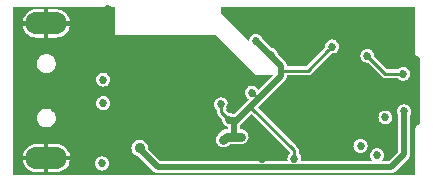
<source format=gbr>
%TF.GenerationSoftware,KiCad,Pcbnew,(6.0.7)*%
%TF.CreationDate,2023-03-08T16:51:48-08:00*%
%TF.ProjectId,ESP_SoC,4553505f-536f-4432-9e6b-696361645f70,rev?*%
%TF.SameCoordinates,Original*%
%TF.FileFunction,Copper,L3,Inr*%
%TF.FilePolarity,Positive*%
%FSLAX46Y46*%
G04 Gerber Fmt 4.6, Leading zero omitted, Abs format (unit mm)*
G04 Created by KiCad (PCBNEW (6.0.7)) date 2023-03-08 16:51:48*
%MOMM*%
%LPD*%
G01*
G04 APERTURE LIST*
%TA.AperFunction,ComponentPad*%
%ADD10O,3.500000X1.900000*%
%TD*%
%TA.AperFunction,ViaPad*%
%ADD11C,0.685800*%
%TD*%
%TA.AperFunction,ViaPad*%
%ADD12C,0.889000*%
%TD*%
%TA.AperFunction,Conductor*%
%ADD13C,0.508000*%
%TD*%
%TA.AperFunction,Conductor*%
%ADD14C,0.762000*%
%TD*%
%TA.AperFunction,Conductor*%
%ADD15C,0.254000*%
%TD*%
G04 APERTURE END LIST*
D10*
%TO.N,GND*%
%TO.C,J1*%
X101600000Y-104450000D03*
X101600000Y-93050000D03*
%TD*%
D11*
%TO.N,+3V3*%
X125800000Y-95000000D03*
X118079000Y-102621000D03*
X116400000Y-99900000D03*
X119337156Y-94518432D03*
X122600000Y-104500000D03*
X116580000Y-102900000D03*
X119000000Y-98900000D03*
X120600000Y-95700000D03*
X117100000Y-101226500D03*
%TO.N,GND*%
X117700000Y-92800000D03*
X106800000Y-92700000D03*
X117178019Y-100133500D03*
X104700000Y-104500000D03*
D12*
X122750000Y-98500000D03*
D11*
X130400000Y-94500000D03*
X127400000Y-94500000D03*
X106800000Y-91800000D03*
X112800000Y-94500000D03*
D12*
X124000000Y-99750000D03*
D11*
X106800000Y-93600000D03*
X107800000Y-94500000D03*
D12*
X122750000Y-101000000D03*
D11*
X107700000Y-101100000D03*
X117400000Y-96100000D03*
X130400000Y-92300000D03*
X127400000Y-92300000D03*
X113000000Y-97800000D03*
X115300000Y-99900000D03*
D12*
X124000000Y-98500000D03*
D11*
X113800000Y-94500000D03*
X117000000Y-92100000D03*
X109800000Y-94500000D03*
X119875000Y-104499500D03*
X114800000Y-94500000D03*
D12*
X124000000Y-101000000D03*
D11*
X118800000Y-97400000D03*
X108800000Y-94500000D03*
D12*
X125250000Y-98500000D03*
D11*
X106800000Y-94500000D03*
D12*
X122750000Y-99750000D03*
X125250000Y-101000000D03*
D11*
X111800000Y-94500000D03*
X129750000Y-98750000D03*
X118400000Y-93500000D03*
D12*
X125250000Y-99750000D03*
D11*
X108800000Y-97800000D03*
X113000000Y-101100000D03*
X116700000Y-95400000D03*
X110800000Y-94500000D03*
X119875000Y-103000000D03*
X130700000Y-103800000D03*
%TO.N,+5V*%
X106300000Y-104900000D03*
%TO.N,USB_D-*%
X106400000Y-99800000D03*
X129600000Y-104200000D03*
%TO.N,USB_D+*%
X128200000Y-103400000D03*
X106400000Y-97800000D03*
%TO.N,Net-(P1-PadB5)*%
X130300000Y-101000000D03*
%TO.N,Net-(P1-PadA4)*%
X128775000Y-95775000D03*
X131800000Y-97300000D03*
D12*
X109500000Y-103600000D03*
D11*
X131900000Y-100500000D03*
%TD*%
D13*
%TO.N,+3V3*%
X118879606Y-100079606D02*
X119479606Y-99479606D01*
D14*
X118079000Y-102621000D02*
X117479000Y-102621000D01*
D15*
X116400000Y-100526500D02*
X117100000Y-101226500D01*
D14*
X116859000Y-102621000D02*
X117479000Y-102621000D01*
D15*
X116400000Y-99900000D02*
X116400000Y-100526500D01*
X121454000Y-97054000D02*
X123746000Y-97054000D01*
D14*
X116580000Y-102900000D02*
X116859000Y-102621000D01*
D15*
X119479606Y-99379606D02*
X119479606Y-99479606D01*
D13*
X121454000Y-97505212D02*
X121454000Y-97054000D01*
D15*
X123746000Y-97054000D02*
X125462500Y-95337500D01*
X125462500Y-95337500D02*
X125800000Y-95000000D01*
X119000000Y-98900000D02*
X119479606Y-99379606D01*
D13*
X117479000Y-102621000D02*
X117479000Y-101480212D01*
X119479606Y-99479606D02*
X121454000Y-97505212D01*
X118129606Y-100829606D02*
X118879606Y-100079606D01*
X117479000Y-101480212D02*
X117732712Y-101226500D01*
D15*
X122600000Y-103800000D02*
X118879606Y-100079606D01*
X122600000Y-104500000D02*
X122600000Y-103800000D01*
D13*
X121454000Y-96635276D02*
X119337156Y-94518432D01*
X117732712Y-101226500D02*
X118129606Y-100829606D01*
X117100000Y-101226500D02*
X117732712Y-101226500D01*
X121454000Y-97054000D02*
X121454000Y-96635276D01*
D15*
%TO.N,Net-(P1-PadA4)*%
X130300000Y-97300000D02*
X128775000Y-95775000D01*
D13*
X111023900Y-105223900D02*
X109500000Y-103700000D01*
X130776100Y-105223900D02*
X111023900Y-105223900D01*
D15*
X131800000Y-97300000D02*
X130300000Y-97300000D01*
D13*
X109500000Y-103700000D02*
X109500000Y-103600000D01*
X131900000Y-104100000D02*
X130776100Y-105223900D01*
X131900000Y-100500000D02*
X131900000Y-104100000D01*
%TD*%
%TA.AperFunction,Conductor*%
%TO.N,GND*%
G36*
X107425459Y-91655333D02*
G01*
X107430292Y-91667017D01*
X107427956Y-93940306D01*
X107427896Y-93998552D01*
X107431154Y-93998572D01*
X107431155Y-93998572D01*
X115943296Y-94049960D01*
X115954777Y-94054707D01*
X118537691Y-96599637D01*
X119350000Y-97400000D01*
X120805907Y-97400000D01*
X120817574Y-97404833D01*
X120822407Y-97416500D01*
X120817574Y-97428167D01*
X119572895Y-98672846D01*
X119561228Y-98677679D01*
X119549561Y-98672846D01*
X119545984Y-98667493D01*
X119518750Y-98601744D01*
X119518750Y-98601743D01*
X119518334Y-98600740D01*
X119423218Y-98476782D01*
X119321041Y-98398379D01*
X119300122Y-98382327D01*
X119300120Y-98382326D01*
X119299260Y-98381666D01*
X119154908Y-98321874D01*
X119153843Y-98321734D01*
X119153840Y-98321733D01*
X119001071Y-98301621D01*
X119000000Y-98301480D01*
X118998929Y-98301621D01*
X118846160Y-98321733D01*
X118846157Y-98321734D01*
X118845092Y-98321874D01*
X118700740Y-98381666D01*
X118699880Y-98382326D01*
X118699878Y-98382327D01*
X118678959Y-98398379D01*
X118576782Y-98476782D01*
X118481666Y-98600740D01*
X118421874Y-98745092D01*
X118401480Y-98900000D01*
X118421874Y-99054908D01*
X118481666Y-99199260D01*
X118482326Y-99200120D01*
X118482327Y-99200122D01*
X118498910Y-99221733D01*
X118576782Y-99323218D01*
X118577637Y-99323874D01*
X118699878Y-99417673D01*
X118699880Y-99417674D01*
X118700740Y-99418334D01*
X118701743Y-99418750D01*
X118701744Y-99418750D01*
X118767493Y-99445984D01*
X118776423Y-99454914D01*
X118776423Y-99467542D01*
X118772846Y-99472895D01*
X117528574Y-100717167D01*
X117516907Y-100722000D01*
X117422890Y-100722000D01*
X117412846Y-100718590D01*
X117400126Y-100708829D01*
X117400118Y-100708824D01*
X117399260Y-100708166D01*
X117394560Y-100706219D01*
X117255905Y-100648787D01*
X117254908Y-100648374D01*
X117253843Y-100648234D01*
X117253840Y-100648233D01*
X117101071Y-100628121D01*
X117100000Y-100627980D01*
X117050935Y-100634440D01*
X117038737Y-100631171D01*
X117037114Y-100629748D01*
X116784107Y-100376741D01*
X116779274Y-100365074D01*
X116784107Y-100353407D01*
X116785730Y-100351984D01*
X116822359Y-100323878D01*
X116822363Y-100323874D01*
X116823218Y-100323218D01*
X116879735Y-100249564D01*
X116917673Y-100200122D01*
X116917674Y-100200120D01*
X116918334Y-100199260D01*
X116978126Y-100054908D01*
X116987682Y-99982327D01*
X116998379Y-99901071D01*
X116998520Y-99900000D01*
X116978126Y-99745092D01*
X116918334Y-99600740D01*
X116823218Y-99476782D01*
X116747047Y-99418334D01*
X116700122Y-99382327D01*
X116700120Y-99382326D01*
X116699260Y-99381666D01*
X116554908Y-99321874D01*
X116553843Y-99321734D01*
X116553840Y-99321733D01*
X116401071Y-99301621D01*
X116400000Y-99301480D01*
X116398929Y-99301621D01*
X116246160Y-99321733D01*
X116246157Y-99321734D01*
X116245092Y-99321874D01*
X116100740Y-99381666D01*
X116099880Y-99382326D01*
X116099878Y-99382327D01*
X116052953Y-99418334D01*
X115976782Y-99476782D01*
X115881666Y-99600740D01*
X115821874Y-99745092D01*
X115801480Y-99900000D01*
X115801621Y-99901071D01*
X115812319Y-99982327D01*
X115821874Y-100054908D01*
X115881666Y-100199260D01*
X115882326Y-100200120D01*
X115882327Y-100200122D01*
X115920265Y-100249564D01*
X115976782Y-100323218D01*
X115983182Y-100328129D01*
X116016045Y-100353346D01*
X116022359Y-100364282D01*
X116022500Y-100366436D01*
X116022500Y-100484445D01*
X116022130Y-100487917D01*
X116017705Y-100508471D01*
X116017865Y-100509824D01*
X116017865Y-100509827D01*
X116022386Y-100548022D01*
X116022500Y-100549961D01*
X116022500Y-100557862D01*
X116022612Y-100558534D01*
X116022612Y-100558536D01*
X116026071Y-100579317D01*
X116026179Y-100580076D01*
X116032476Y-100633275D01*
X116033066Y-100634503D01*
X116033067Y-100634507D01*
X116035402Y-100639368D01*
X116036805Y-100643803D01*
X116037914Y-100650470D01*
X116038563Y-100651672D01*
X116038563Y-100651673D01*
X116063347Y-100697605D01*
X116063700Y-100698298D01*
X116086878Y-100746566D01*
X116090450Y-100750815D01*
X116092234Y-100752599D01*
X116095088Y-100756431D01*
X116097592Y-100761072D01*
X116098596Y-100762000D01*
X116138550Y-100798933D01*
X116139017Y-100799382D01*
X116503248Y-101163613D01*
X116508081Y-101175280D01*
X116507940Y-101177433D01*
X116501480Y-101226500D01*
X116501621Y-101227571D01*
X116511173Y-101300122D01*
X116521874Y-101381408D01*
X116581666Y-101525760D01*
X116582326Y-101526620D01*
X116582327Y-101526622D01*
X116639073Y-101600575D01*
X116676782Y-101649718D01*
X116677637Y-101650374D01*
X116799878Y-101744173D01*
X116799880Y-101744174D01*
X116800740Y-101744834D01*
X116801743Y-101745250D01*
X116801744Y-101745250D01*
X116864034Y-101771051D01*
X116945092Y-101804626D01*
X116946157Y-101804766D01*
X116946160Y-101804767D01*
X116956479Y-101806125D01*
X116960154Y-101806609D01*
X116971090Y-101812923D01*
X116974500Y-101822968D01*
X116974500Y-101973000D01*
X116969667Y-101984667D01*
X116958000Y-101989500D01*
X116930541Y-101989500D01*
X116926942Y-101989103D01*
X116919914Y-101987532D01*
X116919912Y-101987532D01*
X116918902Y-101987306D01*
X116849333Y-101989492D01*
X116848815Y-101989500D01*
X116819270Y-101989500D01*
X116816223Y-101989885D01*
X116810173Y-101990649D01*
X116808623Y-101990771D01*
X116760463Y-101992284D01*
X116760460Y-101992285D01*
X116759426Y-101992317D01*
X116758433Y-101992606D01*
X116758430Y-101992606D01*
X116731789Y-102000347D01*
X116729253Y-102000872D01*
X116701732Y-102004348D01*
X116701731Y-102004348D01*
X116700704Y-102004478D01*
X116699740Y-102004860D01*
X116699739Y-102004860D01*
X116654943Y-102022596D01*
X116653476Y-102023099D01*
X116606208Y-102036832D01*
X116600694Y-102040093D01*
X116581439Y-102051480D01*
X116579115Y-102052619D01*
X116552355Y-102063214D01*
X116551515Y-102063825D01*
X116551512Y-102063826D01*
X116512537Y-102092143D01*
X116511238Y-102092996D01*
X116478900Y-102112121D01*
X116468873Y-102118051D01*
X116448521Y-102138403D01*
X116446553Y-102140084D01*
X116423273Y-102156998D01*
X116422612Y-102157797D01*
X116422611Y-102157798D01*
X116391900Y-102194921D01*
X116390854Y-102196070D01*
X116105369Y-102481555D01*
X116032121Y-102575985D01*
X116031709Y-102576937D01*
X115995797Y-102659926D01*
X115968755Y-102722416D01*
X115943796Y-102880007D01*
X115946115Y-102904540D01*
X115957574Y-103025772D01*
X115958810Y-103038852D01*
X115959160Y-103039825D01*
X115959161Y-103039828D01*
X115994445Y-103137833D01*
X116012857Y-103188974D01*
X116013440Y-103189831D01*
X116013440Y-103189832D01*
X116101957Y-103320081D01*
X116101960Y-103320084D01*
X116102540Y-103320938D01*
X116103316Y-103321622D01*
X116221444Y-103425765D01*
X116221447Y-103425767D01*
X116222224Y-103426452D01*
X116223149Y-103426923D01*
X116223150Y-103426924D01*
X116363464Y-103498419D01*
X116363466Y-103498420D01*
X116364387Y-103498889D01*
X116365398Y-103499115D01*
X116519086Y-103533468D01*
X116519088Y-103533468D01*
X116520098Y-103533694D01*
X116602978Y-103531089D01*
X116678536Y-103528715D01*
X116678539Y-103528715D01*
X116679574Y-103528682D01*
X116783740Y-103498419D01*
X116831798Y-103484457D01*
X116831800Y-103484456D01*
X116832792Y-103484168D01*
X116970127Y-103402949D01*
X117115743Y-103257333D01*
X117127410Y-103252500D01*
X118118730Y-103252500D01*
X118189501Y-103243560D01*
X118236268Y-103237652D01*
X118236269Y-103237652D01*
X118237296Y-103237522D01*
X118385645Y-103178786D01*
X118386485Y-103178175D01*
X118386488Y-103178174D01*
X118513886Y-103085613D01*
X118514727Y-103085002D01*
X118616431Y-102962064D01*
X118684366Y-102817695D01*
X118687433Y-102801621D01*
X118714068Y-102661989D01*
X118714263Y-102660967D01*
X118708917Y-102575985D01*
X118704310Y-102502770D01*
X118704309Y-102502767D01*
X118704244Y-102501728D01*
X118654940Y-102349983D01*
X118569446Y-102215268D01*
X118453136Y-102106045D01*
X118452229Y-102105546D01*
X118452227Y-102105545D01*
X118314228Y-102029680D01*
X118314226Y-102029679D01*
X118313318Y-102029180D01*
X118158777Y-101989500D01*
X118000000Y-101989500D01*
X117988333Y-101984667D01*
X117983500Y-101973000D01*
X117983500Y-101696017D01*
X117988333Y-101684350D01*
X118075389Y-101597294D01*
X118076285Y-101596461D01*
X118115906Y-101562321D01*
X118116794Y-101561556D01*
X118126287Y-101546910D01*
X118128466Y-101544217D01*
X118957742Y-100714941D01*
X118969409Y-100710108D01*
X118981076Y-100714941D01*
X122217667Y-103951532D01*
X122222500Y-103963199D01*
X122222500Y-104033564D01*
X122217667Y-104045231D01*
X122216045Y-104046654D01*
X122203035Y-104056637D01*
X122176782Y-104076782D01*
X122176126Y-104077637D01*
X122083056Y-104198929D01*
X122081666Y-104200740D01*
X122081250Y-104201743D01*
X122081250Y-104201744D01*
X122039880Y-104301621D01*
X122021874Y-104345092D01*
X122021734Y-104346157D01*
X122021733Y-104346160D01*
X122010548Y-104431119D01*
X122001480Y-104500000D01*
X122001621Y-104501071D01*
X122018369Y-104628283D01*
X122021874Y-104654908D01*
X122022287Y-104655905D01*
X122039137Y-104696586D01*
X122039137Y-104709214D01*
X122030207Y-104718144D01*
X122023893Y-104719400D01*
X111239705Y-104719400D01*
X111228038Y-104714567D01*
X110196834Y-103683363D01*
X110192001Y-103671696D01*
X110192166Y-103669371D01*
X110199875Y-103615197D01*
X110199875Y-103615195D01*
X110199951Y-103614662D01*
X110200105Y-103600000D01*
X110179896Y-103433002D01*
X110120436Y-103275644D01*
X110093973Y-103237140D01*
X110025722Y-103137833D01*
X110025719Y-103137829D01*
X110025157Y-103137012D01*
X110019925Y-103132350D01*
X109900303Y-103025772D01*
X109900304Y-103025772D01*
X109899559Y-103025109D01*
X109890854Y-103020500D01*
X109751776Y-102946862D01*
X109751773Y-102946861D01*
X109750895Y-102946396D01*
X109749932Y-102946154D01*
X109749929Y-102946153D01*
X109588710Y-102905658D01*
X109588709Y-102905658D01*
X109587746Y-102905416D01*
X109497994Y-102904946D01*
X109420521Y-102904540D01*
X109420520Y-102904540D01*
X109419532Y-102904535D01*
X109418571Y-102904766D01*
X109418569Y-102904766D01*
X109415862Y-102905416D01*
X109255963Y-102943804D01*
X109106483Y-103020957D01*
X108979721Y-103131538D01*
X108882995Y-103269165D01*
X108882633Y-103270094D01*
X108823057Y-103422899D01*
X108821890Y-103425891D01*
X108799933Y-103592669D01*
X108800042Y-103593657D01*
X108800042Y-103593659D01*
X108808401Y-103669371D01*
X108818393Y-103759870D01*
X108876202Y-103917841D01*
X108970024Y-104057463D01*
X108970758Y-104058131D01*
X108970759Y-104058132D01*
X109032233Y-104114069D01*
X109094442Y-104170675D01*
X109242274Y-104250941D01*
X109243230Y-104251192D01*
X109243233Y-104251193D01*
X109367007Y-104283665D01*
X109374487Y-104287958D01*
X110625872Y-105539343D01*
X110628159Y-105542205D01*
X110635122Y-105553241D01*
X110635127Y-105553247D01*
X110635753Y-105554239D01*
X110636635Y-105555018D01*
X110636636Y-105555019D01*
X110678293Y-105591809D01*
X110679038Y-105592509D01*
X110692780Y-105606251D01*
X110693249Y-105606602D01*
X110693253Y-105606606D01*
X110704570Y-105615087D01*
X110705596Y-105615922D01*
X110744070Y-105649901D01*
X110745132Y-105650399D01*
X110745134Y-105650401D01*
X110761156Y-105657923D01*
X110764036Y-105659653D01*
X110779136Y-105670970D01*
X110827197Y-105688988D01*
X110828408Y-105689498D01*
X110874882Y-105711317D01*
X110876041Y-105711497D01*
X110876043Y-105711498D01*
X110886341Y-105713101D01*
X110893532Y-105714220D01*
X110896782Y-105715073D01*
X110914452Y-105721698D01*
X110926235Y-105722573D01*
X110965646Y-105725502D01*
X110966945Y-105725651D01*
X110984597Y-105728400D01*
X111004026Y-105728400D01*
X111005249Y-105728445D01*
X111057393Y-105732320D01*
X111057395Y-105732320D01*
X111058567Y-105732407D01*
X111059719Y-105732161D01*
X111059721Y-105732161D01*
X111075633Y-105728764D01*
X111079078Y-105728400D01*
X130717710Y-105728400D01*
X130721351Y-105728807D01*
X130735224Y-105731946D01*
X130791867Y-105728432D01*
X130792889Y-105728400D01*
X130812326Y-105728400D01*
X130826910Y-105726311D01*
X130828228Y-105726176D01*
X130878282Y-105723071D01*
X130879459Y-105722998D01*
X130880566Y-105722598D01*
X130880568Y-105722598D01*
X130897214Y-105716589D01*
X130900476Y-105715776D01*
X130911339Y-105714220D01*
X130919152Y-105713101D01*
X130920224Y-105712614D01*
X130920226Y-105712613D01*
X130965864Y-105691863D01*
X130967090Y-105691363D01*
X130995644Y-105681054D01*
X131015384Y-105673928D01*
X131030624Y-105662794D01*
X131033525Y-105661099D01*
X131040511Y-105657923D01*
X131049635Y-105653775D01*
X131049638Y-105653773D01*
X131050705Y-105653288D01*
X131051594Y-105652522D01*
X131089588Y-105619784D01*
X131090626Y-105618961D01*
X131104523Y-105608808D01*
X131104526Y-105608805D01*
X131105044Y-105608427D01*
X131118789Y-105594681D01*
X131119687Y-105593848D01*
X131122053Y-105591809D01*
X131160182Y-105558956D01*
X131163240Y-105554239D01*
X131169675Y-105544310D01*
X131171854Y-105541617D01*
X132215443Y-104498027D01*
X132218305Y-104495740D01*
X132229341Y-104488777D01*
X132229342Y-104488776D01*
X132230339Y-104488147D01*
X132267916Y-104445599D01*
X132268616Y-104444854D01*
X132282351Y-104431119D01*
X132282702Y-104430650D01*
X132282706Y-104430646D01*
X132291184Y-104419333D01*
X132292020Y-104418306D01*
X132325222Y-104380712D01*
X132326001Y-104379830D01*
X132334021Y-104362748D01*
X132335754Y-104359864D01*
X132346365Y-104345706D01*
X132347071Y-104344764D01*
X132365091Y-104296696D01*
X132365603Y-104295480D01*
X132371150Y-104283665D01*
X132387417Y-104249018D01*
X132390320Y-104230368D01*
X132391174Y-104227116D01*
X132397385Y-104210550D01*
X132397385Y-104210549D01*
X132397798Y-104209448D01*
X132401602Y-104158262D01*
X132401753Y-104156947D01*
X132404403Y-104139930D01*
X132404404Y-104139922D01*
X132404500Y-104139303D01*
X132404500Y-104119882D01*
X132404545Y-104118659D01*
X132408421Y-104066507D01*
X132408421Y-104066505D01*
X132408508Y-104065333D01*
X132404864Y-104048262D01*
X132404500Y-104044817D01*
X132404500Y-100822890D01*
X132407910Y-100812846D01*
X132417671Y-100800126D01*
X132417676Y-100800118D01*
X132418334Y-100799260D01*
X132433768Y-100762000D01*
X132477713Y-100655905D01*
X132478126Y-100654908D01*
X132478711Y-100650470D01*
X132498379Y-100501071D01*
X132498520Y-100500000D01*
X132496052Y-100481250D01*
X132478267Y-100346160D01*
X132478266Y-100346157D01*
X132478126Y-100345092D01*
X132427645Y-100223218D01*
X132418750Y-100201744D01*
X132418750Y-100201743D01*
X132418334Y-100200740D01*
X132417199Y-100199260D01*
X132323874Y-100077637D01*
X132323218Y-100076782D01*
X132306991Y-100064331D01*
X132200122Y-99982327D01*
X132200120Y-99982326D01*
X132199260Y-99981666D01*
X132132082Y-99953840D01*
X132055905Y-99922287D01*
X132054908Y-99921874D01*
X132053843Y-99921734D01*
X132053840Y-99921733D01*
X131901071Y-99901621D01*
X131900000Y-99901480D01*
X131898929Y-99901621D01*
X131746160Y-99921733D01*
X131746157Y-99921734D01*
X131745092Y-99921874D01*
X131744095Y-99922287D01*
X131667919Y-99953840D01*
X131600740Y-99981666D01*
X131599880Y-99982326D01*
X131599878Y-99982327D01*
X131493009Y-100064331D01*
X131476782Y-100076782D01*
X131476126Y-100077637D01*
X131382802Y-100199260D01*
X131381666Y-100200740D01*
X131381250Y-100201743D01*
X131381250Y-100201744D01*
X131372355Y-100223218D01*
X131321874Y-100345092D01*
X131321734Y-100346157D01*
X131321733Y-100346160D01*
X131303948Y-100481250D01*
X131301480Y-100500000D01*
X131301621Y-100501071D01*
X131321290Y-100650470D01*
X131321874Y-100654908D01*
X131322287Y-100655905D01*
X131366233Y-100762000D01*
X131381666Y-100799260D01*
X131382324Y-100800118D01*
X131382329Y-100800126D01*
X131392090Y-100812846D01*
X131395500Y-100822890D01*
X131395500Y-103884195D01*
X131390667Y-103895862D01*
X130571962Y-104714567D01*
X130560295Y-104719400D01*
X129946478Y-104719400D01*
X129934811Y-104714567D01*
X129929978Y-104702900D01*
X129934811Y-104691233D01*
X129936433Y-104689810D01*
X129981919Y-104654908D01*
X130023218Y-104623218D01*
X130041127Y-104599878D01*
X130117673Y-104500122D01*
X130117674Y-104500120D01*
X130118334Y-104499260D01*
X130127291Y-104477637D01*
X130177713Y-104355905D01*
X130178126Y-104354908D01*
X130179338Y-104345706D01*
X130198379Y-104201071D01*
X130198520Y-104200000D01*
X130190467Y-104138830D01*
X130178267Y-104046160D01*
X130178266Y-104046157D01*
X130178126Y-104045092D01*
X130125622Y-103918334D01*
X130118750Y-103901744D01*
X130118750Y-103901743D01*
X130118334Y-103900740D01*
X130058850Y-103823218D01*
X130023874Y-103777637D01*
X130023218Y-103776782D01*
X129945301Y-103716994D01*
X129900122Y-103682327D01*
X129900120Y-103682326D01*
X129899260Y-103681666D01*
X129885654Y-103676030D01*
X129755905Y-103622287D01*
X129754908Y-103621874D01*
X129753843Y-103621734D01*
X129753840Y-103621733D01*
X129601071Y-103601621D01*
X129600000Y-103601480D01*
X129598929Y-103601621D01*
X129446160Y-103621733D01*
X129446157Y-103621734D01*
X129445092Y-103621874D01*
X129444095Y-103622287D01*
X129314347Y-103676030D01*
X129300740Y-103681666D01*
X129299880Y-103682326D01*
X129299878Y-103682327D01*
X129254699Y-103716994D01*
X129176782Y-103776782D01*
X129176126Y-103777637D01*
X129141151Y-103823218D01*
X129081666Y-103900740D01*
X129081250Y-103901743D01*
X129081250Y-103901744D01*
X129074378Y-103918334D01*
X129021874Y-104045092D01*
X129021734Y-104046157D01*
X129021733Y-104046160D01*
X129009533Y-104138830D01*
X129001480Y-104200000D01*
X129001621Y-104201071D01*
X129020663Y-104345706D01*
X129021874Y-104354908D01*
X129022287Y-104355905D01*
X129072710Y-104477637D01*
X129081666Y-104499260D01*
X129082326Y-104500120D01*
X129082327Y-104500122D01*
X129158873Y-104599878D01*
X129176782Y-104623218D01*
X129218082Y-104654908D01*
X129263567Y-104689810D01*
X129269881Y-104700746D01*
X129266612Y-104712945D01*
X129255676Y-104719259D01*
X129253522Y-104719400D01*
X123176107Y-104719400D01*
X123164440Y-104714567D01*
X123159607Y-104702900D01*
X123160863Y-104696586D01*
X123177713Y-104655905D01*
X123178126Y-104654908D01*
X123181632Y-104628283D01*
X123198379Y-104501071D01*
X123198520Y-104500000D01*
X123189452Y-104431119D01*
X123178267Y-104346160D01*
X123178266Y-104346157D01*
X123178126Y-104345092D01*
X123160120Y-104301621D01*
X123118750Y-104201744D01*
X123118750Y-104201743D01*
X123118334Y-104200740D01*
X123116945Y-104198929D01*
X123023874Y-104077637D01*
X123023218Y-104076782D01*
X122996965Y-104056637D01*
X122983955Y-104046654D01*
X122977641Y-104035718D01*
X122977500Y-104033564D01*
X122977500Y-103842055D01*
X122977870Y-103838582D01*
X122982295Y-103818029D01*
X122977614Y-103778478D01*
X122977500Y-103776539D01*
X122977500Y-103768638D01*
X122973928Y-103747173D01*
X122973819Y-103746413D01*
X122967524Y-103693225D01*
X122964597Y-103687129D01*
X122963195Y-103682695D01*
X122963024Y-103681666D01*
X122962086Y-103676030D01*
X122959748Y-103671696D01*
X122936658Y-103628905D01*
X122936305Y-103628212D01*
X122913574Y-103580873D01*
X122913574Y-103580872D01*
X122913123Y-103579934D01*
X122909550Y-103575685D01*
X122907766Y-103573901D01*
X122904912Y-103570069D01*
X122903057Y-103566630D01*
X122903055Y-103566628D01*
X122902408Y-103565428D01*
X122861449Y-103527566D01*
X122860982Y-103527117D01*
X122733865Y-103400000D01*
X127601480Y-103400000D01*
X127601621Y-103401071D01*
X127619077Y-103533661D01*
X127621874Y-103554908D01*
X127681666Y-103699260D01*
X127682326Y-103700120D01*
X127682327Y-103700122D01*
X127742452Y-103778478D01*
X127776782Y-103823218D01*
X127777637Y-103823874D01*
X127899878Y-103917673D01*
X127899880Y-103917674D01*
X127900740Y-103918334D01*
X128045092Y-103978126D01*
X128046157Y-103978266D01*
X128046160Y-103978267D01*
X128198929Y-103998379D01*
X128200000Y-103998520D01*
X128201071Y-103998379D01*
X128353840Y-103978267D01*
X128353843Y-103978266D01*
X128354908Y-103978126D01*
X128499260Y-103918334D01*
X128500120Y-103917674D01*
X128500122Y-103917673D01*
X128622363Y-103823874D01*
X128623218Y-103823218D01*
X128657548Y-103778478D01*
X128717673Y-103700122D01*
X128717674Y-103700120D01*
X128718334Y-103699260D01*
X128778126Y-103554908D01*
X128780924Y-103533661D01*
X128798379Y-103401071D01*
X128798520Y-103400000D01*
X128788607Y-103324701D01*
X128778267Y-103246160D01*
X128778266Y-103246157D01*
X128778126Y-103245092D01*
X128754478Y-103187999D01*
X128718750Y-103101744D01*
X128718750Y-103101743D01*
X128718334Y-103100740D01*
X128660301Y-103025109D01*
X128623874Y-102977637D01*
X128623218Y-102976782D01*
X128583618Y-102946396D01*
X128500122Y-102882327D01*
X128500120Y-102882326D01*
X128499260Y-102881666D01*
X128354908Y-102821874D01*
X128353843Y-102821734D01*
X128353840Y-102821733D01*
X128201071Y-102801621D01*
X128200000Y-102801480D01*
X128198929Y-102801621D01*
X128046160Y-102821733D01*
X128046157Y-102821734D01*
X128045092Y-102821874D01*
X127900740Y-102881666D01*
X127899880Y-102882326D01*
X127899878Y-102882327D01*
X127816382Y-102946396D01*
X127776782Y-102976782D01*
X127776126Y-102977637D01*
X127739700Y-103025109D01*
X127681666Y-103100740D01*
X127681250Y-103101743D01*
X127681250Y-103101744D01*
X127645522Y-103187999D01*
X127621874Y-103245092D01*
X127621734Y-103246157D01*
X127621733Y-103246160D01*
X127611393Y-103324701D01*
X127601480Y-103400000D01*
X122733865Y-103400000D01*
X120333865Y-101000000D01*
X129701480Y-101000000D01*
X129721874Y-101154908D01*
X129722287Y-101155905D01*
X129750433Y-101223855D01*
X129781666Y-101299260D01*
X129876782Y-101423218D01*
X129877637Y-101423874D01*
X129999878Y-101517673D01*
X129999880Y-101517674D01*
X130000740Y-101518334D01*
X130001743Y-101518750D01*
X130001744Y-101518750D01*
X130101107Y-101559907D01*
X130145092Y-101578126D01*
X130146157Y-101578266D01*
X130146160Y-101578267D01*
X130298929Y-101598379D01*
X130300000Y-101598520D01*
X130301071Y-101598379D01*
X130453840Y-101578267D01*
X130453843Y-101578266D01*
X130454908Y-101578126D01*
X130498893Y-101559907D01*
X130598256Y-101518750D01*
X130598257Y-101518750D01*
X130599260Y-101518334D01*
X130600120Y-101517674D01*
X130600122Y-101517673D01*
X130722363Y-101423874D01*
X130723218Y-101423218D01*
X130818334Y-101299260D01*
X130849568Y-101223855D01*
X130877713Y-101155905D01*
X130878126Y-101154908D01*
X130898520Y-101000000D01*
X130898361Y-100998794D01*
X130878267Y-100846160D01*
X130878266Y-100846157D01*
X130878126Y-100845092D01*
X130859098Y-100799153D01*
X130818750Y-100701744D01*
X130818750Y-100701743D01*
X130818334Y-100700740D01*
X130816461Y-100698298D01*
X130723874Y-100577637D01*
X130723218Y-100576782D01*
X130694616Y-100554835D01*
X130600122Y-100482327D01*
X130600120Y-100482326D01*
X130599260Y-100481666D01*
X130454908Y-100421874D01*
X130453843Y-100421734D01*
X130453840Y-100421733D01*
X130301071Y-100401621D01*
X130300000Y-100401480D01*
X130298929Y-100401621D01*
X130146160Y-100421733D01*
X130146157Y-100421734D01*
X130145092Y-100421874D01*
X130000740Y-100481666D01*
X129999880Y-100482326D01*
X129999878Y-100482327D01*
X129905384Y-100554835D01*
X129876782Y-100576782D01*
X129876126Y-100577637D01*
X129783540Y-100698298D01*
X129781666Y-100700740D01*
X129781250Y-100701743D01*
X129781250Y-100701744D01*
X129740902Y-100799153D01*
X129721874Y-100845092D01*
X129721734Y-100846157D01*
X129721733Y-100846160D01*
X129701639Y-100998794D01*
X129701480Y-101000000D01*
X120333865Y-101000000D01*
X119514941Y-100181076D01*
X119510108Y-100169409D01*
X119514941Y-100157742D01*
X121769443Y-97903240D01*
X121772305Y-97900953D01*
X121783341Y-97893990D01*
X121783347Y-97893985D01*
X121784339Y-97893359D01*
X121821909Y-97850819D01*
X121822609Y-97850074D01*
X121836351Y-97836332D01*
X121845193Y-97824535D01*
X121846029Y-97823509D01*
X121879221Y-97785925D01*
X121880001Y-97785042D01*
X121888021Y-97767961D01*
X121889753Y-97765079D01*
X121900365Y-97750919D01*
X121900367Y-97750915D01*
X121901071Y-97749976D01*
X121919091Y-97701908D01*
X121919603Y-97700692D01*
X121927461Y-97683955D01*
X121941417Y-97654230D01*
X121944320Y-97635580D01*
X121945174Y-97632328D01*
X121951385Y-97615762D01*
X121951385Y-97615761D01*
X121951798Y-97614660D01*
X121955602Y-97563474D01*
X121955753Y-97562159D01*
X121958403Y-97545142D01*
X121958404Y-97545134D01*
X121958500Y-97544515D01*
X121958500Y-97525094D01*
X121958545Y-97523871D01*
X121962421Y-97471719D01*
X121962421Y-97471717D01*
X121962508Y-97470545D01*
X121958864Y-97453474D01*
X121958500Y-97450029D01*
X121958500Y-97448000D01*
X121963333Y-97436333D01*
X121975000Y-97431500D01*
X123703945Y-97431500D01*
X123707417Y-97431870D01*
X123727971Y-97436295D01*
X123729324Y-97436135D01*
X123729327Y-97436135D01*
X123767522Y-97431614D01*
X123769461Y-97431500D01*
X123777362Y-97431500D01*
X123778034Y-97431388D01*
X123778036Y-97431388D01*
X123786755Y-97429937D01*
X123798827Y-97427928D01*
X123799576Y-97427821D01*
X123852775Y-97421524D01*
X123854003Y-97420934D01*
X123854007Y-97420933D01*
X123858868Y-97418598D01*
X123863303Y-97417195D01*
X123869970Y-97416086D01*
X123917105Y-97390653D01*
X123917798Y-97390300D01*
X123965131Y-97367571D01*
X123966066Y-97367122D01*
X123970315Y-97363550D01*
X123972099Y-97361766D01*
X123975931Y-97358912D01*
X123979370Y-97357057D01*
X123979372Y-97357055D01*
X123980572Y-97356408D01*
X124018434Y-97315449D01*
X124018883Y-97314982D01*
X125558865Y-95775000D01*
X128176480Y-95775000D01*
X128176621Y-95776071D01*
X128196475Y-95926874D01*
X128196874Y-95929908D01*
X128256666Y-96074260D01*
X128257326Y-96075120D01*
X128257327Y-96075122D01*
X128282464Y-96107881D01*
X128351782Y-96198218D01*
X128352637Y-96198874D01*
X128474878Y-96292673D01*
X128474880Y-96292674D01*
X128475740Y-96293334D01*
X128620092Y-96353126D01*
X128621157Y-96353266D01*
X128621160Y-96353267D01*
X128773929Y-96373379D01*
X128775000Y-96373520D01*
X128824066Y-96367060D01*
X128836264Y-96370329D01*
X128837887Y-96371752D01*
X130003325Y-97537190D01*
X130005520Y-97539907D01*
X130016928Y-97557575D01*
X130018000Y-97558420D01*
X130048209Y-97582235D01*
X130049661Y-97583526D01*
X130055244Y-97589109D01*
X130055793Y-97589502D01*
X130055795Y-97589503D01*
X130072940Y-97601756D01*
X130073561Y-97602222D01*
X130090737Y-97615762D01*
X130115623Y-97635380D01*
X130116904Y-97635830D01*
X130116906Y-97635831D01*
X130121999Y-97637619D01*
X130126125Y-97639762D01*
X130131627Y-97643694D01*
X130166859Y-97654230D01*
X130182930Y-97659036D01*
X130183667Y-97659275D01*
X130234199Y-97677021D01*
X130235236Y-97677111D01*
X130235237Y-97677111D01*
X130236217Y-97677196D01*
X130239730Y-97677500D01*
X130242256Y-97677500D01*
X130246984Y-97678192D01*
X130250725Y-97679311D01*
X130250726Y-97679311D01*
X130252033Y-97679702D01*
X130307746Y-97677513D01*
X130308394Y-97677500D01*
X131333564Y-97677500D01*
X131345231Y-97682333D01*
X131346654Y-97683955D01*
X131376782Y-97723218D01*
X131377637Y-97723874D01*
X131499878Y-97817673D01*
X131499880Y-97817674D01*
X131500740Y-97818334D01*
X131501743Y-97818750D01*
X131501744Y-97818750D01*
X131543052Y-97835860D01*
X131645092Y-97878126D01*
X131646157Y-97878266D01*
X131646160Y-97878267D01*
X131798929Y-97898379D01*
X131800000Y-97898520D01*
X131801071Y-97898379D01*
X131953840Y-97878267D01*
X131953843Y-97878266D01*
X131954908Y-97878126D01*
X132056948Y-97835860D01*
X132098256Y-97818750D01*
X132098257Y-97818750D01*
X132099260Y-97818334D01*
X132100120Y-97817674D01*
X132100122Y-97817673D01*
X132222363Y-97723874D01*
X132223218Y-97723218D01*
X132240503Y-97700692D01*
X132317673Y-97600122D01*
X132317674Y-97600120D01*
X132318334Y-97599260D01*
X132322376Y-97589503D01*
X132377713Y-97455905D01*
X132378126Y-97454908D01*
X132378540Y-97451769D01*
X132398379Y-97301071D01*
X132398520Y-97300000D01*
X132392003Y-97250500D01*
X132378267Y-97146160D01*
X132378266Y-97146157D01*
X132378126Y-97145092D01*
X132318334Y-97000740D01*
X132283561Y-96955422D01*
X132223874Y-96877637D01*
X132223218Y-96876782D01*
X132128257Y-96803916D01*
X132100122Y-96782327D01*
X132100120Y-96782326D01*
X132099260Y-96781666D01*
X131954908Y-96721874D01*
X131953843Y-96721734D01*
X131953840Y-96721733D01*
X131801071Y-96701621D01*
X131800000Y-96701480D01*
X131798929Y-96701621D01*
X131646160Y-96721733D01*
X131646157Y-96721734D01*
X131645092Y-96721874D01*
X131500740Y-96781666D01*
X131499880Y-96782326D01*
X131499878Y-96782327D01*
X131471743Y-96803916D01*
X131376782Y-96876782D01*
X131376126Y-96877637D01*
X131346654Y-96916045D01*
X131335718Y-96922359D01*
X131333564Y-96922500D01*
X130463199Y-96922500D01*
X130451532Y-96917667D01*
X129371752Y-95837887D01*
X129366919Y-95826220D01*
X129367060Y-95824066D01*
X129373379Y-95776071D01*
X129373520Y-95775000D01*
X129369710Y-95746061D01*
X129353267Y-95621160D01*
X129353266Y-95621157D01*
X129353126Y-95620092D01*
X129313023Y-95523273D01*
X129293750Y-95476744D01*
X129293750Y-95476743D01*
X129293334Y-95475740D01*
X129273200Y-95449500D01*
X129198874Y-95352637D01*
X129198218Y-95351782D01*
X129129770Y-95299260D01*
X129075122Y-95257327D01*
X129075120Y-95257326D01*
X129074260Y-95256666D01*
X128929908Y-95196874D01*
X128928843Y-95196734D01*
X128928840Y-95196733D01*
X128776071Y-95176621D01*
X128775000Y-95176480D01*
X128773929Y-95176621D01*
X128621160Y-95196733D01*
X128621157Y-95196734D01*
X128620092Y-95196874D01*
X128475740Y-95256666D01*
X128474880Y-95257326D01*
X128474878Y-95257327D01*
X128420230Y-95299260D01*
X128351782Y-95351782D01*
X128351126Y-95352637D01*
X128276801Y-95449500D01*
X128256666Y-95475740D01*
X128256250Y-95476743D01*
X128256250Y-95476744D01*
X128236977Y-95523273D01*
X128196874Y-95620092D01*
X128196734Y-95621157D01*
X128196733Y-95621160D01*
X128180290Y-95746061D01*
X128176480Y-95775000D01*
X125558865Y-95775000D01*
X125737113Y-95596752D01*
X125748780Y-95591919D01*
X125750933Y-95592060D01*
X125800000Y-95598520D01*
X125801071Y-95598379D01*
X125953840Y-95578267D01*
X125953843Y-95578266D01*
X125954908Y-95578126D01*
X125984072Y-95566046D01*
X126098256Y-95518750D01*
X126098257Y-95518750D01*
X126099260Y-95518334D01*
X126100120Y-95517674D01*
X126100122Y-95517673D01*
X126222363Y-95423874D01*
X126223218Y-95423218D01*
X126318334Y-95299260D01*
X126327291Y-95277637D01*
X126377713Y-95155905D01*
X126378126Y-95154908D01*
X126385010Y-95102624D01*
X126398379Y-95001071D01*
X126398520Y-95000000D01*
X126378126Y-94845092D01*
X126318334Y-94700740D01*
X126223218Y-94576782D01*
X126141856Y-94514351D01*
X126100122Y-94482327D01*
X126100120Y-94482326D01*
X126099260Y-94481666D01*
X125954908Y-94421874D01*
X125953843Y-94421734D01*
X125953840Y-94421733D01*
X125801071Y-94401621D01*
X125800000Y-94401480D01*
X125798929Y-94401621D01*
X125646160Y-94421733D01*
X125646157Y-94421734D01*
X125645092Y-94421874D01*
X125500740Y-94481666D01*
X125499880Y-94482326D01*
X125499878Y-94482327D01*
X125458144Y-94514351D01*
X125376782Y-94576782D01*
X125281666Y-94700740D01*
X125221874Y-94845092D01*
X125201480Y-95000000D01*
X125201621Y-95001071D01*
X125207940Y-95049065D01*
X125204671Y-95061263D01*
X125203248Y-95062886D01*
X125173391Y-95092743D01*
X125173389Y-95092746D01*
X123594467Y-96671667D01*
X123582800Y-96676500D01*
X121977575Y-96676500D01*
X121965908Y-96671667D01*
X121961107Y-96661022D01*
X121958748Y-96622983D01*
X121958532Y-96619509D01*
X121958500Y-96618487D01*
X121958500Y-96599050D01*
X121956411Y-96584465D01*
X121956276Y-96583148D01*
X121953171Y-96533094D01*
X121953098Y-96531917D01*
X121946689Y-96514162D01*
X121945876Y-96510900D01*
X121943368Y-96493391D01*
X121943201Y-96492224D01*
X121921961Y-96445508D01*
X121921461Y-96444282D01*
X121904425Y-96397094D01*
X121904027Y-96395991D01*
X121892892Y-96380750D01*
X121891199Y-96377851D01*
X121883876Y-96361744D01*
X121883876Y-96361743D01*
X121883388Y-96360671D01*
X121870789Y-96346050D01*
X121849882Y-96321784D01*
X121849059Y-96320748D01*
X121838900Y-96306844D01*
X121838526Y-96306332D01*
X121824801Y-96292607D01*
X121823968Y-96291711D01*
X121789821Y-96252082D01*
X121789056Y-96251194D01*
X121774407Y-96241699D01*
X121771714Y-96239520D01*
X121197376Y-95665181D01*
X121192684Y-95655668D01*
X121178267Y-95546160D01*
X121178266Y-95546157D01*
X121178126Y-95545092D01*
X121138531Y-95449500D01*
X121118750Y-95401744D01*
X121118750Y-95401743D01*
X121118334Y-95400740D01*
X121100057Y-95376920D01*
X121023874Y-95277637D01*
X121023218Y-95276782D01*
X120918896Y-95196733D01*
X120900122Y-95182327D01*
X120900120Y-95182326D01*
X120899260Y-95181666D01*
X120832082Y-95153840D01*
X120755905Y-95122287D01*
X120754908Y-95121874D01*
X120753843Y-95121734D01*
X120753840Y-95121733D01*
X120644332Y-95107316D01*
X120634819Y-95102624D01*
X119922209Y-94390014D01*
X119917517Y-94380501D01*
X119915423Y-94364592D01*
X119915422Y-94364589D01*
X119915282Y-94363524D01*
X119867861Y-94249038D01*
X119855906Y-94220176D01*
X119855906Y-94220175D01*
X119855490Y-94219172D01*
X119760374Y-94095214D01*
X119701398Y-94049960D01*
X119637278Y-94000759D01*
X119637276Y-94000758D01*
X119636416Y-94000098D01*
X119624763Y-93995271D01*
X119505929Y-93946049D01*
X119492064Y-93940306D01*
X119490999Y-93940166D01*
X119490996Y-93940165D01*
X119338227Y-93920053D01*
X119337156Y-93919912D01*
X119336085Y-93920053D01*
X119183316Y-93940165D01*
X119183313Y-93940166D01*
X119182248Y-93940306D01*
X119168383Y-93946049D01*
X119049550Y-93995271D01*
X119037896Y-94000098D01*
X119037036Y-94000758D01*
X119037034Y-94000759D01*
X118972914Y-94049960D01*
X118913938Y-94095214D01*
X118818822Y-94219172D01*
X118818406Y-94220175D01*
X118818406Y-94220176D01*
X118806451Y-94249038D01*
X118759030Y-94363524D01*
X118758890Y-94364589D01*
X118758889Y-94364592D01*
X118740442Y-94504716D01*
X118734128Y-94515652D01*
X118721929Y-94518921D01*
X118712539Y-94514351D01*
X117037537Y-92874245D01*
X116404956Y-92254843D01*
X116400000Y-92243054D01*
X116400000Y-91667000D01*
X116404833Y-91655333D01*
X116416500Y-91650500D01*
X132783000Y-91650500D01*
X132794667Y-91655333D01*
X132799500Y-91667000D01*
X132799500Y-95373701D01*
X132799183Y-95376919D01*
X132794592Y-95400000D01*
X132794909Y-95401594D01*
X132797744Y-95415847D01*
X132797957Y-95417218D01*
X132801277Y-95446683D01*
X132809907Y-95523273D01*
X132810214Y-95524149D01*
X132810214Y-95524151D01*
X132850574Y-95639494D01*
X132850576Y-95639498D01*
X132850879Y-95640364D01*
X132851369Y-95641144D01*
X132851370Y-95641146D01*
X132899111Y-95717125D01*
X132916879Y-95745403D01*
X133004597Y-95833121D01*
X133005385Y-95833616D01*
X133108854Y-95898630D01*
X133108856Y-95898631D01*
X133109636Y-95899121D01*
X133188950Y-95926874D01*
X133198366Y-95935289D01*
X133200000Y-95942448D01*
X133200000Y-101557552D01*
X133195167Y-101569219D01*
X133188951Y-101573125D01*
X133109636Y-101600879D01*
X133108856Y-101601369D01*
X133108854Y-101601370D01*
X133073996Y-101623273D01*
X133004597Y-101666879D01*
X132916879Y-101754597D01*
X132916384Y-101755385D01*
X132856652Y-101850449D01*
X132850879Y-101859636D01*
X132850576Y-101860502D01*
X132850574Y-101860506D01*
X132825165Y-101933121D01*
X132809907Y-101976727D01*
X132803486Y-102033713D01*
X132797957Y-102082782D01*
X132797744Y-102084153D01*
X132794592Y-102100000D01*
X132794909Y-102101594D01*
X132799183Y-102123080D01*
X132799500Y-102126299D01*
X132799500Y-105833000D01*
X132794667Y-105844667D01*
X132783000Y-105849500D01*
X98817000Y-105849500D01*
X98805333Y-105844667D01*
X98800500Y-105833000D01*
X98800500Y-104627320D01*
X99612796Y-104627320D01*
X99635795Y-104761170D01*
X99636185Y-104762622D01*
X99711994Y-104968115D01*
X99712646Y-104969480D01*
X99824628Y-105157706D01*
X99825525Y-105158940D01*
X99969933Y-105323605D01*
X99971032Y-105324648D01*
X100143041Y-105460249D01*
X100144302Y-105461068D01*
X100338146Y-105563054D01*
X100339532Y-105563628D01*
X100548720Y-105628583D01*
X100550182Y-105628894D01*
X100728021Y-105649943D01*
X100728998Y-105650000D01*
X101421717Y-105650000D01*
X101424038Y-105649038D01*
X101425000Y-105646717D01*
X101775000Y-105646717D01*
X101775962Y-105649038D01*
X101778283Y-105650000D01*
X102455569Y-105650000D01*
X102456327Y-105649965D01*
X102618871Y-105635030D01*
X102620343Y-105634757D01*
X102831165Y-105575299D01*
X102832558Y-105574764D01*
X103029007Y-105477886D01*
X103030288Y-105477101D01*
X103205788Y-105346049D01*
X103206914Y-105345034D01*
X103355588Y-105184200D01*
X103356505Y-105183006D01*
X103473387Y-104997759D01*
X103474069Y-104996419D01*
X103512536Y-104900000D01*
X105701480Y-104900000D01*
X105721874Y-105054908D01*
X105781666Y-105199260D01*
X105876782Y-105323218D01*
X105877637Y-105323874D01*
X105999878Y-105417673D01*
X105999880Y-105417674D01*
X106000740Y-105418334D01*
X106145092Y-105478126D01*
X106146157Y-105478266D01*
X106146160Y-105478267D01*
X106298929Y-105498379D01*
X106300000Y-105498520D01*
X106301071Y-105498379D01*
X106453840Y-105478267D01*
X106453843Y-105478266D01*
X106454908Y-105478126D01*
X106599260Y-105418334D01*
X106600120Y-105417674D01*
X106600122Y-105417673D01*
X106722363Y-105323874D01*
X106723218Y-105323218D01*
X106818334Y-105199260D01*
X106878126Y-105054908D01*
X106898520Y-104900000D01*
X106898361Y-104898794D01*
X106878267Y-104746160D01*
X106878266Y-104746157D01*
X106878126Y-104745092D01*
X106828781Y-104625962D01*
X106818750Y-104601744D01*
X106818750Y-104601743D01*
X106818334Y-104600740D01*
X106723218Y-104476782D01*
X106706991Y-104464331D01*
X106600122Y-104382327D01*
X106600120Y-104382326D01*
X106599260Y-104381666D01*
X106594828Y-104379830D01*
X106455905Y-104322287D01*
X106454908Y-104321874D01*
X106453843Y-104321734D01*
X106453840Y-104321733D01*
X106301071Y-104301621D01*
X106300000Y-104301480D01*
X106298929Y-104301621D01*
X106146160Y-104321733D01*
X106146157Y-104321734D01*
X106145092Y-104321874D01*
X106144095Y-104322287D01*
X106005173Y-104379830D01*
X106000740Y-104381666D01*
X105999880Y-104382326D01*
X105999878Y-104382327D01*
X105893009Y-104464331D01*
X105876782Y-104476782D01*
X105781666Y-104600740D01*
X105781250Y-104601743D01*
X105781250Y-104601744D01*
X105771219Y-104625962D01*
X105721874Y-104745092D01*
X105721734Y-104746157D01*
X105721733Y-104746160D01*
X105701639Y-104898794D01*
X105701480Y-104900000D01*
X103512536Y-104900000D01*
X103555230Y-104792987D01*
X103555661Y-104791533D01*
X103588147Y-104628219D01*
X103587656Y-104625755D01*
X103586527Y-104625000D01*
X101778283Y-104625000D01*
X101775962Y-104625962D01*
X101775000Y-104628283D01*
X101775000Y-105646717D01*
X101425000Y-105646717D01*
X101425000Y-104628283D01*
X101424038Y-104625962D01*
X101421717Y-104625000D01*
X99615680Y-104625000D01*
X99613359Y-104625962D01*
X99612796Y-104627320D01*
X98800500Y-104627320D01*
X98800500Y-104271781D01*
X99611853Y-104271781D01*
X99612344Y-104274245D01*
X99613473Y-104275000D01*
X101421717Y-104275000D01*
X101424038Y-104274038D01*
X101425000Y-104271717D01*
X101775000Y-104271717D01*
X101775962Y-104274038D01*
X101778283Y-104275000D01*
X103584320Y-104275000D01*
X103586641Y-104274038D01*
X103587204Y-104272680D01*
X103564205Y-104138830D01*
X103563815Y-104137378D01*
X103488006Y-103931885D01*
X103487354Y-103930520D01*
X103375372Y-103742294D01*
X103374475Y-103741060D01*
X103230067Y-103576395D01*
X103228968Y-103575352D01*
X103056959Y-103439751D01*
X103055698Y-103438932D01*
X102861854Y-103336946D01*
X102860468Y-103336372D01*
X102651280Y-103271417D01*
X102649818Y-103271106D01*
X102471979Y-103250057D01*
X102471002Y-103250000D01*
X101778283Y-103250000D01*
X101775962Y-103250962D01*
X101775000Y-103253283D01*
X101775000Y-104271717D01*
X101425000Y-104271717D01*
X101425000Y-103253283D01*
X101424038Y-103250962D01*
X101421717Y-103250000D01*
X100744431Y-103250000D01*
X100743673Y-103250035D01*
X100581129Y-103264970D01*
X100579657Y-103265243D01*
X100368835Y-103324701D01*
X100367442Y-103325236D01*
X100170993Y-103422114D01*
X100169712Y-103422899D01*
X99994212Y-103553951D01*
X99993086Y-103554966D01*
X99844412Y-103715800D01*
X99843495Y-103716994D01*
X99726613Y-103902241D01*
X99725931Y-103903581D01*
X99644770Y-104107013D01*
X99644339Y-104108467D01*
X99611853Y-104271781D01*
X98800500Y-104271781D01*
X98800500Y-101044376D01*
X100794455Y-101044376D01*
X100813227Y-101222983D01*
X100813524Y-101223855D01*
X100867499Y-101382405D01*
X100871103Y-101392993D01*
X100965206Y-101545955D01*
X100965854Y-101546617D01*
X100965855Y-101546618D01*
X100981233Y-101562321D01*
X101090859Y-101674268D01*
X101114003Y-101689183D01*
X101216728Y-101755385D01*
X101241817Y-101771554D01*
X101317558Y-101799121D01*
X101409714Y-101832664D01*
X101409718Y-101832665D01*
X101410578Y-101832978D01*
X101549283Y-101850500D01*
X101645155Y-101850500D01*
X101645606Y-101850449D01*
X101645613Y-101850449D01*
X101732242Y-101840732D01*
X101778472Y-101835546D01*
X101868449Y-101804213D01*
X101947204Y-101776788D01*
X101947207Y-101776787D01*
X101948073Y-101776485D01*
X101984154Y-101753939D01*
X102099596Y-101681803D01*
X102099597Y-101681802D01*
X102100375Y-101681316D01*
X102106968Y-101674769D01*
X102227151Y-101555422D01*
X102227153Y-101555419D01*
X102227807Y-101554770D01*
X102324037Y-101403136D01*
X102384281Y-101233951D01*
X102405545Y-101055624D01*
X102386773Y-100877017D01*
X102366440Y-100817289D01*
X102329195Y-100707881D01*
X102329193Y-100707877D01*
X102328897Y-100707007D01*
X102234794Y-100554045D01*
X102188856Y-100507134D01*
X102109788Y-100426393D01*
X102109141Y-100425732D01*
X102015018Y-100365074D01*
X101958964Y-100328949D01*
X101958962Y-100328948D01*
X101958183Y-100328446D01*
X101882442Y-100300879D01*
X101790286Y-100267336D01*
X101790282Y-100267335D01*
X101789422Y-100267022D01*
X101650717Y-100249500D01*
X101554845Y-100249500D01*
X101554394Y-100249551D01*
X101554387Y-100249551D01*
X101467758Y-100259268D01*
X101421528Y-100264454D01*
X101347789Y-100290132D01*
X101252796Y-100323212D01*
X101252793Y-100323213D01*
X101251927Y-100323515D01*
X101251150Y-100324001D01*
X101251149Y-100324001D01*
X101132120Y-100398379D01*
X101099625Y-100418684D01*
X101098973Y-100419331D01*
X101098971Y-100419333D01*
X100972849Y-100544578D01*
X100972847Y-100544581D01*
X100972193Y-100545230D01*
X100875963Y-100696864D01*
X100815719Y-100866049D01*
X100794455Y-101044376D01*
X98800500Y-101044376D01*
X98800500Y-99800000D01*
X105801480Y-99800000D01*
X105801621Y-99801071D01*
X105814859Y-99901621D01*
X105821874Y-99954908D01*
X105822287Y-99955905D01*
X105872710Y-100077637D01*
X105881666Y-100099260D01*
X105882326Y-100100120D01*
X105882327Y-100100122D01*
X105935493Y-100169409D01*
X105976782Y-100223218D01*
X105977637Y-100223874D01*
X106099878Y-100317673D01*
X106099880Y-100317674D01*
X106100740Y-100318334D01*
X106101743Y-100318750D01*
X106101744Y-100318750D01*
X106181979Y-100351984D01*
X106245092Y-100378126D01*
X106246157Y-100378266D01*
X106246160Y-100378267D01*
X106398929Y-100398379D01*
X106400000Y-100398520D01*
X106401071Y-100398379D01*
X106553840Y-100378267D01*
X106553843Y-100378266D01*
X106554908Y-100378126D01*
X106618021Y-100351984D01*
X106698256Y-100318750D01*
X106698257Y-100318750D01*
X106699260Y-100318334D01*
X106700120Y-100317674D01*
X106700122Y-100317673D01*
X106822363Y-100223874D01*
X106823218Y-100223218D01*
X106864507Y-100169409D01*
X106917673Y-100100122D01*
X106917674Y-100100120D01*
X106918334Y-100099260D01*
X106927291Y-100077637D01*
X106977713Y-99955905D01*
X106978126Y-99954908D01*
X106985142Y-99901621D01*
X106998379Y-99801071D01*
X106998520Y-99800000D01*
X106978126Y-99645092D01*
X106918334Y-99500740D01*
X106899951Y-99476782D01*
X106823874Y-99377637D01*
X106823218Y-99376782D01*
X106752298Y-99322363D01*
X106700122Y-99282327D01*
X106700120Y-99282326D01*
X106699260Y-99281666D01*
X106554908Y-99221874D01*
X106553843Y-99221734D01*
X106553840Y-99221733D01*
X106401071Y-99201621D01*
X106400000Y-99201480D01*
X106398929Y-99201621D01*
X106246160Y-99221733D01*
X106246157Y-99221734D01*
X106245092Y-99221874D01*
X106100740Y-99281666D01*
X106099880Y-99282326D01*
X106099878Y-99282327D01*
X106047702Y-99322363D01*
X105976782Y-99376782D01*
X105976126Y-99377637D01*
X105900050Y-99476782D01*
X105881666Y-99500740D01*
X105821874Y-99645092D01*
X105801480Y-99800000D01*
X98800500Y-99800000D01*
X98800500Y-97800000D01*
X105801480Y-97800000D01*
X105801621Y-97801071D01*
X105814900Y-97901933D01*
X105821874Y-97954908D01*
X105881666Y-98099260D01*
X105976782Y-98223218D01*
X105977637Y-98223874D01*
X106099878Y-98317673D01*
X106099880Y-98317674D01*
X106100740Y-98318334D01*
X106245092Y-98378126D01*
X106246157Y-98378266D01*
X106246160Y-98378267D01*
X106398929Y-98398379D01*
X106400000Y-98398520D01*
X106401071Y-98398379D01*
X106553840Y-98378267D01*
X106553843Y-98378266D01*
X106554908Y-98378126D01*
X106699260Y-98318334D01*
X106700120Y-98317674D01*
X106700122Y-98317673D01*
X106822363Y-98223874D01*
X106823218Y-98223218D01*
X106918334Y-98099260D01*
X106978126Y-97954908D01*
X106985101Y-97901933D01*
X106998379Y-97801071D01*
X106998520Y-97800000D01*
X106988498Y-97723874D01*
X106978267Y-97646160D01*
X106978266Y-97646157D01*
X106978126Y-97645092D01*
X106958726Y-97598256D01*
X106918750Y-97501744D01*
X106918750Y-97501743D01*
X106918334Y-97500740D01*
X106896066Y-97471719D01*
X106823874Y-97377637D01*
X106823218Y-97376782D01*
X106742977Y-97315211D01*
X106700122Y-97282327D01*
X106700120Y-97282326D01*
X106699260Y-97281666D01*
X106623864Y-97250436D01*
X106555905Y-97222287D01*
X106554908Y-97221874D01*
X106553843Y-97221734D01*
X106553840Y-97221733D01*
X106401071Y-97201621D01*
X106400000Y-97201480D01*
X106398929Y-97201621D01*
X106246160Y-97221733D01*
X106246157Y-97221734D01*
X106245092Y-97221874D01*
X106244095Y-97222287D01*
X106176137Y-97250436D01*
X106100740Y-97281666D01*
X106099880Y-97282326D01*
X106099878Y-97282327D01*
X106057023Y-97315211D01*
X105976782Y-97376782D01*
X105976126Y-97377637D01*
X105903935Y-97471719D01*
X105881666Y-97500740D01*
X105881250Y-97501743D01*
X105881250Y-97501744D01*
X105841274Y-97598256D01*
X105821874Y-97645092D01*
X105821734Y-97646157D01*
X105821733Y-97646160D01*
X105811502Y-97723874D01*
X105801480Y-97800000D01*
X98800500Y-97800000D01*
X98800500Y-96444376D01*
X100794455Y-96444376D01*
X100813227Y-96622983D01*
X100813524Y-96623855D01*
X100839998Y-96701621D01*
X100871103Y-96792993D01*
X100965206Y-96945955D01*
X101090859Y-97074268D01*
X101241817Y-97171554D01*
X101317558Y-97199121D01*
X101409714Y-97232664D01*
X101409718Y-97232665D01*
X101410578Y-97232978D01*
X101549283Y-97250500D01*
X101645155Y-97250500D01*
X101645606Y-97250449D01*
X101645613Y-97250449D01*
X101732242Y-97240732D01*
X101778472Y-97235546D01*
X101876297Y-97201480D01*
X101947204Y-97176788D01*
X101947207Y-97176787D01*
X101948073Y-97176485D01*
X101996603Y-97146160D01*
X102099596Y-97081803D01*
X102099597Y-97081802D01*
X102100375Y-97081316D01*
X102106968Y-97074769D01*
X102227151Y-96955422D01*
X102227153Y-96955419D01*
X102227807Y-96954770D01*
X102324037Y-96803136D01*
X102370851Y-96671667D01*
X102383972Y-96634819D01*
X102383972Y-96634818D01*
X102384281Y-96633951D01*
X102405545Y-96455624D01*
X102386773Y-96277017D01*
X102359657Y-96197363D01*
X102329195Y-96107881D01*
X102329193Y-96107877D01*
X102328897Y-96107007D01*
X102234794Y-95954045D01*
X102231323Y-95950500D01*
X102121044Y-95837887D01*
X102109141Y-95825732D01*
X101984495Y-95745403D01*
X101958964Y-95728949D01*
X101958962Y-95728948D01*
X101958183Y-95728446D01*
X101882442Y-95700879D01*
X101790286Y-95667336D01*
X101790282Y-95667335D01*
X101789422Y-95667022D01*
X101650717Y-95649500D01*
X101554845Y-95649500D01*
X101554394Y-95649551D01*
X101554387Y-95649551D01*
X101467758Y-95659268D01*
X101421528Y-95664454D01*
X101347789Y-95690132D01*
X101252796Y-95723212D01*
X101252793Y-95723213D01*
X101251927Y-95723515D01*
X101099625Y-95818684D01*
X101098973Y-95819331D01*
X101098971Y-95819333D01*
X100972849Y-95944578D01*
X100972847Y-95944581D01*
X100972193Y-95945230D01*
X100875963Y-96096864D01*
X100875654Y-96097732D01*
X100825166Y-96239520D01*
X100815719Y-96266049D01*
X100794455Y-96444376D01*
X98800500Y-96444376D01*
X98800500Y-93227320D01*
X99612796Y-93227320D01*
X99635795Y-93361170D01*
X99636185Y-93362622D01*
X99711994Y-93568115D01*
X99712646Y-93569480D01*
X99824628Y-93757706D01*
X99825525Y-93758940D01*
X99969933Y-93923605D01*
X99971032Y-93924648D01*
X100143041Y-94060249D01*
X100144302Y-94061068D01*
X100338146Y-94163054D01*
X100339532Y-94163628D01*
X100548720Y-94228583D01*
X100550182Y-94228894D01*
X100728021Y-94249943D01*
X100728998Y-94250000D01*
X101421717Y-94250000D01*
X101424038Y-94249038D01*
X101425000Y-94246717D01*
X101775000Y-94246717D01*
X101775962Y-94249038D01*
X101778283Y-94250000D01*
X102455569Y-94250000D01*
X102456327Y-94249965D01*
X102618871Y-94235030D01*
X102620343Y-94234757D01*
X102831165Y-94175299D01*
X102832558Y-94174764D01*
X103029007Y-94077886D01*
X103030288Y-94077101D01*
X103205788Y-93946049D01*
X103206914Y-93945034D01*
X103355588Y-93784200D01*
X103356505Y-93783006D01*
X103473387Y-93597759D01*
X103474069Y-93596419D01*
X103555230Y-93392987D01*
X103555661Y-93391533D01*
X103588147Y-93228219D01*
X103587656Y-93225755D01*
X103586527Y-93225000D01*
X101778283Y-93225000D01*
X101775962Y-93225962D01*
X101775000Y-93228283D01*
X101775000Y-94246717D01*
X101425000Y-94246717D01*
X101425000Y-93228283D01*
X101424038Y-93225962D01*
X101421717Y-93225000D01*
X99615680Y-93225000D01*
X99613359Y-93225962D01*
X99612796Y-93227320D01*
X98800500Y-93227320D01*
X98800500Y-92871781D01*
X99611853Y-92871781D01*
X99612344Y-92874245D01*
X99613473Y-92875000D01*
X101421717Y-92875000D01*
X101424038Y-92874038D01*
X101425000Y-92871717D01*
X101775000Y-92871717D01*
X101775962Y-92874038D01*
X101778283Y-92875000D01*
X103584320Y-92875000D01*
X103586641Y-92874038D01*
X103587204Y-92872680D01*
X103564205Y-92738830D01*
X103563815Y-92737378D01*
X103488006Y-92531885D01*
X103487354Y-92530520D01*
X103375372Y-92342294D01*
X103374475Y-92341060D01*
X103230067Y-92176395D01*
X103228968Y-92175352D01*
X103056959Y-92039751D01*
X103055698Y-92038932D01*
X102861854Y-91936946D01*
X102860468Y-91936372D01*
X102651280Y-91871417D01*
X102649818Y-91871106D01*
X102471979Y-91850057D01*
X102471002Y-91850000D01*
X101778283Y-91850000D01*
X101775962Y-91850962D01*
X101775000Y-91853283D01*
X101775000Y-92871717D01*
X101425000Y-92871717D01*
X101425000Y-91853283D01*
X101424038Y-91850962D01*
X101421717Y-91850000D01*
X100744431Y-91850000D01*
X100743673Y-91850035D01*
X100581129Y-91864970D01*
X100579657Y-91865243D01*
X100368835Y-91924701D01*
X100367442Y-91925236D01*
X100170993Y-92022114D01*
X100169712Y-92022899D01*
X99994212Y-92153951D01*
X99993086Y-92154966D01*
X99844412Y-92315800D01*
X99843495Y-92316994D01*
X99726613Y-92502241D01*
X99725931Y-92503581D01*
X99644770Y-92707013D01*
X99644339Y-92708467D01*
X99611853Y-92871781D01*
X98800500Y-92871781D01*
X98800500Y-91667000D01*
X98805333Y-91655333D01*
X98817000Y-91650500D01*
X107413792Y-91650500D01*
X107425459Y-91655333D01*
G37*
%TD.AperFunction*%
%TD*%
M02*

</source>
